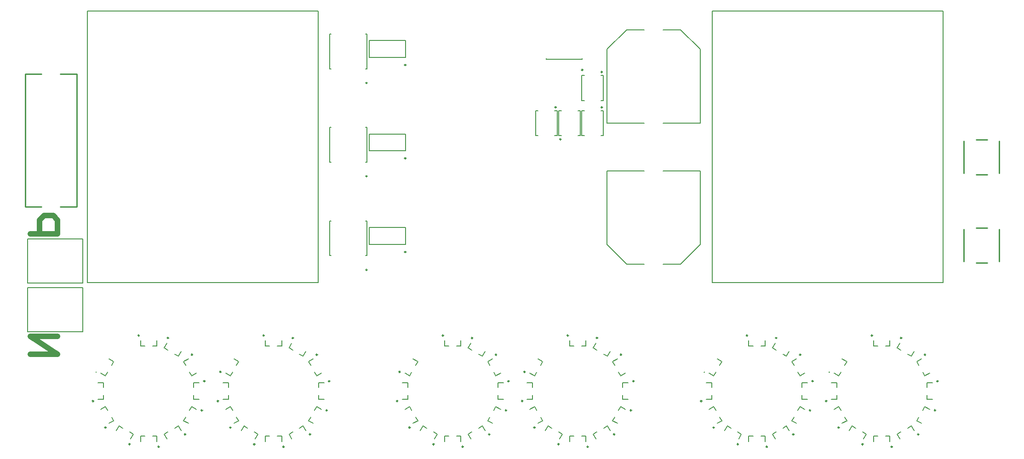
<source format=gbo>
G04*
G04 #@! TF.GenerationSoftware,Altium Limited,Altium Designer,18.0.9 (584)*
G04*
G04 Layer_Color=32896*
%FSLAX25Y25*%
%MOIN*%
G70*
G01*
G75*
%ADD10C,0.00984*%
%ADD12C,0.01000*%
%ADD13C,0.00787*%
%ADD71C,0.03937*%
D10*
X277067Y160039D02*
G03*
X277067Y160039I-492J0D01*
G01*
X277067Y295670D02*
G03*
X277067Y295670I-492J0D01*
G01*
X277067Y227953D02*
G03*
X277067Y227953I-492J0D01*
G01*
X405315Y292126D02*
G03*
X405315Y292126I-492J0D01*
G01*
X615354Y99410D02*
G03*
X615354Y99410I-492J0D01*
G01*
X524803D02*
G03*
X524803Y99410I-492J0D01*
G01*
X394882D02*
G03*
X394882Y99410I-492J0D01*
G01*
X304331D02*
G03*
X304331Y99410I-492J0D01*
G01*
X174409D02*
G03*
X174409Y99410I-492J0D01*
G01*
X83858D02*
G03*
X83858Y99410I-492J0D01*
G01*
X636494Y97596D02*
G03*
X636494Y97596I-492J0D01*
G01*
X545943D02*
G03*
X545943Y97596I-492J0D01*
G01*
X416022D02*
G03*
X416022Y97596I-492J0D01*
G01*
X325470D02*
G03*
X325470Y97596I-492J0D01*
G01*
X195549D02*
G03*
X195549Y97596I-492J0D01*
G01*
X104998D02*
G03*
X104998Y97596I-492J0D01*
G01*
X653895Y85455D02*
G03*
X653895Y85455I-492J0D01*
G01*
X563343D02*
G03*
X563343Y85455I-492J0D01*
G01*
X433422D02*
G03*
X433422Y85455I-492J0D01*
G01*
X342871D02*
G03*
X342871Y85455I-492J0D01*
G01*
X212950D02*
G03*
X212950Y85455I-492J0D01*
G01*
X122399D02*
G03*
X122399Y85455I-492J0D01*
G01*
X662894Y66240D02*
G03*
X662894Y66240I-492J0D01*
G01*
X572342D02*
G03*
X572342Y66240I-492J0D01*
G01*
X442421D02*
G03*
X442421Y66240I-492J0D01*
G01*
X351870D02*
G03*
X351870Y66240I-492J0D01*
G01*
X221949D02*
G03*
X221949Y66240I-492J0D01*
G01*
X131398D02*
G03*
X131398Y66240I-492J0D01*
G01*
X661080Y45100D02*
G03*
X661080Y45100I-492J0D01*
G01*
X570529D02*
G03*
X570529Y45100I-492J0D01*
G01*
X440607D02*
G03*
X440607Y45100I-492J0D01*
G01*
X350056D02*
G03*
X350056Y45100I-492J0D01*
G01*
X220135D02*
G03*
X220135Y45100I-492J0D01*
G01*
X129584D02*
G03*
X129584Y45100I-492J0D01*
G01*
X648939Y27700D02*
G03*
X648939Y27700I-492J0D01*
G01*
X558388D02*
G03*
X558388Y27700I-492J0D01*
G01*
X428467D02*
G03*
X428467Y27700I-492J0D01*
G01*
X337915D02*
G03*
X337915Y27700I-492J0D01*
G01*
X207994D02*
G03*
X207994Y27700I-492J0D01*
G01*
X117443D02*
G03*
X117443Y27700I-492J0D01*
G01*
X629724Y18701D02*
G03*
X629724Y18701I-492J0D01*
G01*
X539173D02*
G03*
X539173Y18701I-492J0D01*
G01*
X409252D02*
G03*
X409252Y18701I-492J0D01*
G01*
X318701D02*
G03*
X318701Y18701I-492J0D01*
G01*
X188779D02*
G03*
X188779Y18701I-492J0D01*
G01*
X98228D02*
G03*
X98228Y18701I-492J0D01*
G01*
X608585Y20515D02*
G03*
X608585Y20515I-492J0D01*
G01*
X518033D02*
G03*
X518033Y20515I-492J0D01*
G01*
X388112D02*
G03*
X388112Y20515I-492J0D01*
G01*
X297561D02*
G03*
X297561Y20515I-492J0D01*
G01*
X167640D02*
G03*
X167640Y20515I-492J0D01*
G01*
X77089D02*
G03*
X77089Y20515I-492J0D01*
G01*
X591184Y32656D02*
G03*
X591184Y32656I-492J0D01*
G01*
X500633D02*
G03*
X500633Y32656I-492J0D01*
G01*
X370712D02*
G03*
X370712Y32656I-492J0D01*
G01*
X280160D02*
G03*
X280160Y32656I-492J0D01*
G01*
X150239D02*
G03*
X150239Y32656I-492J0D01*
G01*
X59688D02*
G03*
X59688Y32656I-492J0D01*
G01*
X582185Y51870D02*
G03*
X582185Y51870I-492J0D01*
G01*
X491634Y51870D02*
G03*
X491634Y51870I-492J0D01*
G01*
X361713D02*
G03*
X361713Y51870I-492J0D01*
G01*
X271161Y51870D02*
G03*
X271161Y51870I-492J0D01*
G01*
X141240D02*
G03*
X141240Y51870I-492J0D01*
G01*
X50689D02*
G03*
X50689Y51870I-492J0D01*
G01*
X583933Y72764D02*
G03*
X583933Y72764I-426J246D01*
G01*
X493382D02*
G03*
X493382Y72764I-426J246D01*
G01*
X363461D02*
G03*
X363461Y72764I-426J246D01*
G01*
X272909D02*
G03*
X272909Y72764I-426J246D01*
G01*
X142988D02*
G03*
X142988Y72764I-426J246D01*
G01*
X52437D02*
G03*
X52437Y72764I-426J246D01*
G01*
X248937Y147047D02*
G03*
X248937Y147047I-492J0D01*
G01*
X386023Y264961D02*
G03*
X386023Y264961I-492J0D01*
G01*
X389567Y241732D02*
G03*
X389567Y241732I-492J0D01*
G01*
X419488Y264961D02*
G03*
X419488Y264961I-492J0D01*
G01*
X419488Y290551D02*
G03*
X419488Y290551I-492J0D01*
G01*
X248937Y282677D02*
G03*
X248937Y282677I-492J0D01*
G01*
X248937Y214961D02*
G03*
X248937Y214961I-492J0D01*
G01*
D12*
X707161Y216951D02*
Y240573D01*
X681571Y216951D02*
Y240573D01*
X690429Y241558D02*
X698303D01*
X690429Y215967D02*
X698303D01*
X707161Y152975D02*
Y176597D01*
X681571Y152975D02*
Y176597D01*
X690429Y177581D02*
X698303D01*
X690429Y151991D02*
X698303D01*
X26575Y192717D02*
X38386D01*
Y289173D01*
X26575D02*
X38386D01*
X984Y192717D02*
X12795D01*
X984D02*
Y289173D01*
X12795D01*
D13*
X250394Y165453D02*
X276772D01*
X250394Y177658D02*
X276772D01*
Y165453D02*
Y177658D01*
X250394Y165453D02*
Y177658D01*
X250394Y301083D02*
X276772D01*
X250394Y313288D02*
X276772D01*
Y301083D02*
Y313288D01*
X250394Y301083D02*
Y313288D01*
X250394Y233366D02*
X276772D01*
X250394Y245571D02*
X276772D01*
Y233366D02*
Y245571D01*
X250394Y233366D02*
Y245571D01*
X499016Y334646D02*
X666339D01*
Y137795D02*
Y334646D01*
X499016Y137795D02*
X666339D01*
X499016D02*
Y334646D01*
X46260D02*
X213583D01*
Y137795D02*
Y334646D01*
X46260Y137795D02*
X213583D01*
X46260D02*
Y334646D01*
X378740Y299902D02*
Y300394D01*
Y299902D02*
X404724D01*
Y300394D01*
X616142Y91732D02*
Y95669D01*
Y91732D02*
X619193D01*
X627953D02*
Y95669D01*
X624902Y91732D02*
X627953D01*
X525591D02*
Y95669D01*
Y91732D02*
X528642D01*
X537402D02*
Y95669D01*
X534350Y91732D02*
X537402D01*
X395669D02*
Y95669D01*
Y91732D02*
X398721D01*
X407480D02*
Y95669D01*
X404429Y91732D02*
X407480D01*
X305118D02*
Y95669D01*
Y91732D02*
X308169D01*
X316929D02*
Y95669D01*
X313878Y91732D02*
X316929D01*
X175197D02*
Y95669D01*
Y91732D02*
X178248D01*
X187008D02*
Y95669D01*
X183957Y91732D02*
X187008D01*
X84646D02*
Y95669D01*
Y91732D02*
X87697D01*
X96457D02*
Y95669D01*
X93405Y91732D02*
X96457D01*
X633272Y90307D02*
X635240Y93717D01*
X633272Y90307D02*
X635914Y88782D01*
X643500Y84402D02*
X645469Y87811D01*
X640858Y85927D02*
X643500Y84402D01*
X542720Y90307D02*
X544689Y93717D01*
X542720Y90307D02*
X545363Y88782D01*
X552949Y84402D02*
X554917Y87811D01*
X550307Y85927D02*
X552949Y84402D01*
X412799Y90307D02*
X414768Y93717D01*
X412799Y90307D02*
X415442Y88782D01*
X423028Y84402D02*
X424996Y87811D01*
X420385Y85927D02*
X423028Y84402D01*
X322248Y90307D02*
X324216Y93717D01*
X322248Y90307D02*
X324890Y88782D01*
X332476Y84402D02*
X334445Y87811D01*
X329834Y85927D02*
X332476Y84402D01*
X192327Y90307D02*
X194295Y93717D01*
X192327Y90307D02*
X194969Y88782D01*
X202555Y84402D02*
X204524Y87811D01*
X199913Y85927D02*
X202555Y84402D01*
X101776Y90307D02*
X103744Y93717D01*
X101776Y90307D02*
X104418Y88782D01*
X112004Y84402D02*
X113973Y87811D01*
X109362Y85927D02*
X112004Y84402D01*
X647394Y80508D02*
X650803Y82477D01*
X647394Y80508D02*
X648919Y77866D01*
X653299Y70279D02*
X656709Y72248D01*
X651774Y72922D02*
X653299Y70279D01*
X556843Y80508D02*
X560252Y82477D01*
X556843Y80508D02*
X558368Y77866D01*
X562748Y70279D02*
X566158Y72248D01*
X561223Y72922D02*
X562748Y70279D01*
X426921Y80508D02*
X430331Y82477D01*
X426921Y80508D02*
X428447Y77866D01*
X432827Y70279D02*
X436236Y72248D01*
X431301Y72922D02*
X432827Y70279D01*
X336370Y80508D02*
X339780Y82477D01*
X336370Y80508D02*
X337896Y77866D01*
X342276Y70279D02*
X345685Y72248D01*
X340750Y72922D02*
X342276Y70279D01*
X206449Y80508D02*
X209858Y82477D01*
X206449Y80508D02*
X207975Y77866D01*
X212354Y70279D02*
X215764Y72248D01*
X210829Y72922D02*
X212354Y70279D01*
X115898Y80508D02*
X119307Y82477D01*
X115898Y80508D02*
X117423Y77866D01*
X121803Y70279D02*
X125213Y72248D01*
X120278Y72922D02*
X121803Y70279D01*
X654724Y64961D02*
X658661D01*
X654724Y61910D02*
Y64961D01*
Y53150D02*
X658661D01*
X654724D02*
Y56201D01*
X564173Y64961D02*
X568110D01*
X564173Y61910D02*
Y64961D01*
Y53150D02*
X568110D01*
X564173D02*
Y56201D01*
X434252Y64961D02*
X438189D01*
X434252Y61910D02*
Y64961D01*
Y53150D02*
X438189D01*
X434252D02*
Y56201D01*
X343701Y64961D02*
X347638D01*
X343701Y61910D02*
Y64961D01*
Y53150D02*
X347638D01*
X343701D02*
Y56201D01*
X213779Y64961D02*
X217717D01*
X213779Y61910D02*
Y64961D01*
Y53150D02*
X217717D01*
X213779D02*
Y56201D01*
X123228Y64961D02*
X127165D01*
X123228Y61910D02*
Y64961D01*
Y53150D02*
X127165D01*
X123228D02*
Y56201D01*
X653299Y47831D02*
X656709Y45862D01*
X651774Y45189D02*
X653299Y47831D01*
X647394Y37602D02*
X650803Y35634D01*
X647394Y37602D02*
X648919Y40245D01*
X562748Y47831D02*
X566158Y45862D01*
X561223Y45189D02*
X562748Y47831D01*
X556843Y37602D02*
X560252Y35634D01*
X556843Y37602D02*
X558368Y40245D01*
X432827Y47831D02*
X436236Y45862D01*
X431301Y45189D02*
X432827Y47831D01*
X426921Y37602D02*
X430331Y35634D01*
X426921Y37602D02*
X428447Y40245D01*
X342276Y47831D02*
X345685Y45862D01*
X340750Y45189D02*
X342276Y47831D01*
X336370Y37602D02*
X339780Y35634D01*
X336370Y37602D02*
X337896Y40245D01*
X212354Y47831D02*
X215764Y45862D01*
X210829Y45189D02*
X212354Y47831D01*
X206449Y37602D02*
X209858Y35634D01*
X206449Y37602D02*
X207975Y40245D01*
X121803Y47831D02*
X125213Y45862D01*
X120278Y45189D02*
X121803Y47831D01*
X115898Y37602D02*
X119307Y35634D01*
X115898Y37602D02*
X117423Y40245D01*
X643500Y33709D02*
X645469Y30299D01*
X640858Y32183D02*
X643500Y33709D01*
X633272Y27803D02*
X635240Y24394D01*
X633272Y27803D02*
X635914Y29329D01*
X552949Y33709D02*
X554917Y30299D01*
X550307Y32183D02*
X552949Y33709D01*
X542720Y27803D02*
X544689Y24394D01*
X542720Y27803D02*
X545363Y29329D01*
X423028Y33709D02*
X424996Y30299D01*
X420385Y32183D02*
X423028Y33709D01*
X412799Y27803D02*
X414768Y24394D01*
X412799Y27803D02*
X415442Y29329D01*
X332476Y33709D02*
X334445Y30299D01*
X329834Y32183D02*
X332476Y33709D01*
X322248Y27803D02*
X324216Y24394D01*
X322248Y27803D02*
X324890Y29329D01*
X202555Y33709D02*
X204524Y30299D01*
X199913Y32183D02*
X202555Y33709D01*
X192327Y27803D02*
X194295Y24394D01*
X192327Y27803D02*
X194969Y29329D01*
X112004Y33709D02*
X113973Y30299D01*
X109362Y32183D02*
X112004Y33709D01*
X101776Y27803D02*
X103744Y24394D01*
X101776Y27803D02*
X104418Y29329D01*
X627953Y22441D02*
Y26378D01*
X624902D02*
X627953D01*
X616142Y22441D02*
Y26378D01*
X619193D01*
X537402Y22441D02*
Y26378D01*
X534350D02*
X537402D01*
X525591Y22441D02*
Y26378D01*
X528642D01*
X407480Y22441D02*
Y26378D01*
X404429D02*
X407480D01*
X395669Y22441D02*
Y26378D01*
X398721D01*
X316929Y22441D02*
Y26378D01*
X313878D02*
X316929D01*
X305118Y22441D02*
Y26378D01*
X308169D01*
X187008Y22441D02*
Y26378D01*
X183957D02*
X187008D01*
X175197Y22441D02*
Y26378D01*
X178248D01*
X96457Y22441D02*
Y26378D01*
X93405D02*
X96457D01*
X84646Y22441D02*
Y26378D01*
X87697D01*
X608854Y24394D02*
X610823Y27803D01*
X608181Y29329D02*
X610823Y27803D01*
X598626Y30299D02*
X600594Y33709D01*
X603237Y32183D01*
X518303Y24394D02*
X520272Y27803D01*
X517629Y29329D02*
X520272Y27803D01*
X508075Y30299D02*
X510043Y33709D01*
X512685Y32183D01*
X388382Y24394D02*
X390351Y27803D01*
X387708Y29329D02*
X390351Y27803D01*
X378153Y30299D02*
X380122Y33709D01*
X382764Y32183D01*
X297831Y24394D02*
X299799Y27803D01*
X297157Y29329D02*
X299799Y27803D01*
X287602Y30299D02*
X289571Y33709D01*
X292213Y32183D01*
X167910Y24394D02*
X169878Y27803D01*
X167236Y29329D02*
X169878Y27803D01*
X157681Y30299D02*
X159649Y33709D01*
X162292Y32183D01*
X77358Y24394D02*
X79327Y27803D01*
X76684Y29329D02*
X79327Y27803D01*
X67130Y30299D02*
X69098Y33709D01*
X71741Y32183D01*
X593291Y35634D02*
X596701Y37602D01*
X595175Y40245D02*
X596701Y37602D01*
X587386Y45862D02*
X590795Y47831D01*
X592321Y45189D01*
X502740Y35634D02*
X506149Y37602D01*
X504624Y40245D02*
X506149Y37602D01*
X496835Y45862D02*
X500244Y47831D01*
X501770Y45189D01*
X372819Y35634D02*
X376228Y37602D01*
X374703Y40245D02*
X376228Y37602D01*
X366913Y45862D02*
X370323Y47831D01*
X371848Y45189D01*
X282268Y35634D02*
X285677Y37602D01*
X284152Y40245D02*
X285677Y37602D01*
X276362Y45862D02*
X279772Y47831D01*
X281297Y45189D01*
X152346Y35634D02*
X155756Y37602D01*
X154230Y40245D02*
X155756Y37602D01*
X146441Y45862D02*
X149850Y47831D01*
X151376Y45189D01*
X61795Y35634D02*
X65205Y37602D01*
X63679Y40245D02*
X65205Y37602D01*
X55890Y45862D02*
X59299Y47831D01*
X60825Y45189D01*
X585433Y53150D02*
X589370D01*
Y56201D01*
X585433Y64961D02*
X589370D01*
Y61910D02*
Y64961D01*
X494882Y53150D02*
X498819D01*
Y56201D01*
X494882Y64961D02*
X498819D01*
Y61909D02*
Y64961D01*
X364961Y53150D02*
X368898D01*
Y56201D01*
X364961Y64961D02*
X368898D01*
Y61909D02*
Y64961D01*
X274409Y53150D02*
X278346D01*
Y56201D01*
X274409Y64961D02*
X278346D01*
Y61910D02*
Y64961D01*
X144488Y53150D02*
X148425D01*
Y56201D01*
X144488Y64961D02*
X148425D01*
Y61910D02*
Y64961D01*
X53937Y53150D02*
X57874D01*
Y56201D01*
X53937Y64961D02*
X57874D01*
Y61910D02*
Y64961D01*
X587386Y72248D02*
X590795Y70279D01*
X592321Y72922D01*
X593291Y82477D02*
X596701Y80508D01*
X595175Y77866D02*
X596701Y80508D01*
X496835Y72248D02*
X500244Y70279D01*
X501770Y72922D01*
X502740Y82477D02*
X506149Y80508D01*
X504624Y77866D02*
X506149Y80508D01*
X366913Y72248D02*
X370323Y70279D01*
X371848Y72922D01*
X372819Y82477D02*
X376228Y80508D01*
X374703Y77866D02*
X376228Y80508D01*
X276362Y72248D02*
X279772Y70279D01*
X281297Y72922D01*
X282268Y82477D02*
X285677Y80508D01*
X284152Y77866D02*
X285677Y80508D01*
X146441Y72248D02*
X149850Y70279D01*
X151376Y72922D01*
X152346Y82477D02*
X155756Y80508D01*
X154230Y77866D02*
X155756Y80508D01*
X55890Y72248D02*
X59299Y70279D01*
X60825Y72922D01*
X61795Y82477D02*
X65205Y80508D01*
X63679Y77866D02*
X65205Y80508D01*
X2795Y137599D02*
X42795D01*
X2795Y169489D02*
X42795D01*
X2795Y137599D02*
Y169489D01*
X42795Y137599D02*
Y169489D01*
X2796Y134054D02*
X42795D01*
X2796Y102165D02*
X42796D01*
Y134055D01*
X2796Y102165D02*
Y134054D01*
X248721Y157283D02*
Y182382D01*
X247736Y157283D02*
X248721D01*
X247736Y182382D02*
X248721D01*
X221949Y157283D02*
Y182382D01*
Y157283D02*
X222933D01*
X221949Y182382D02*
X222933D01*
X386811Y244291D02*
Y262402D01*
X371063Y244291D02*
Y262402D01*
X384941Y244291D02*
X386811D01*
X384941Y262402D02*
X386811D01*
X371063Y244291D02*
X372933D01*
X371063Y262402D02*
X372933D01*
X387795Y244291D02*
Y262402D01*
X403543Y244291D02*
Y262402D01*
X387795D02*
X389665D01*
X387795Y244291D02*
X389665D01*
X401673Y262402D02*
X403543D01*
X401673Y244291D02*
X403543D01*
X420275Y244291D02*
Y262402D01*
X404528Y244291D02*
Y262402D01*
X418405Y244291D02*
X420275D01*
X418405Y262402D02*
X420275D01*
X404528Y244291D02*
X406398D01*
X404528Y262402D02*
X406398D01*
X420276Y269882D02*
Y287992D01*
X404528Y269882D02*
Y287992D01*
X418406Y269882D02*
X420276D01*
X418406Y287992D02*
X420276D01*
X404528Y269882D02*
X406398D01*
X404528Y287992D02*
X406398D01*
X248721Y292913D02*
Y318012D01*
X247736Y292913D02*
X248721D01*
X247736Y318012D02*
X248721D01*
X221949Y292913D02*
Y318012D01*
Y292913D02*
X222933D01*
X221949Y318012D02*
X222933D01*
X248720Y225197D02*
Y250295D01*
X247736Y225197D02*
X248720D01*
X247736Y250295D02*
X248720D01*
X221949Y225197D02*
Y250295D01*
Y225197D02*
X222933D01*
X221949Y250295D02*
X222933D01*
X463583Y151181D02*
X476279D01*
X490551Y165453D01*
X422835D02*
X437106Y151181D01*
X449803D01*
X490551Y165453D02*
Y218898D01*
X463583D02*
X490551D01*
X422835D02*
X449803D01*
X422835Y165453D02*
Y218898D01*
X437106Y321260D02*
X449803D01*
X422835Y306988D02*
X437106Y321260D01*
X476279D02*
X490551Y306988D01*
X463583Y321260D02*
X476279D01*
X422835Y253543D02*
Y306988D01*
Y253543D02*
X449803D01*
X463583D02*
X490551D01*
Y306988D01*
D71*
X4921Y85630D02*
X24600D01*
X4921Y98749D01*
X24600D01*
X4921Y173228D02*
X24600D01*
Y183068D01*
X21320Y186347D01*
X14761D01*
X11481Y183068D01*
Y173228D01*
M02*

</source>
